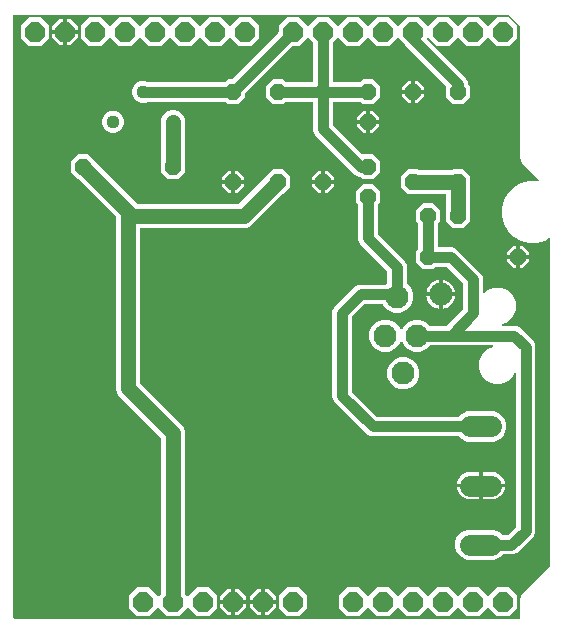
<source format=gbr>
G04 EAGLE Gerber RS-274X export*
G75*
%MOMM*%
%FSLAX34Y34*%
%LPD*%
%INBottom Copper*%
%IPPOS*%
%AMOC8*
5,1,8,0,0,1.08239X$1,22.5*%
G01*
%ADD10P,1.429621X8X22.500000*%
%ADD11P,1.429621X8X112.500000*%
%ADD12P,1.429621X8X292.500000*%
%ADD13P,1.429621X8X202.500000*%
%ADD14C,1.117600*%
%ADD15P,1.814519X8X22.500000*%
%ADD16C,1.950000*%
%ADD17C,1.790700*%
%ADD18C,1.270000*%
%ADD19C,0.889000*%

G36*
X439186Y10926D02*
X439186Y10926D01*
X439205Y10924D01*
X439307Y10946D01*
X439409Y10962D01*
X439426Y10972D01*
X439446Y10976D01*
X439535Y11029D01*
X439626Y11078D01*
X439640Y11092D01*
X439657Y11102D01*
X439724Y11181D01*
X439796Y11256D01*
X439804Y11274D01*
X439817Y11289D01*
X439856Y11385D01*
X439899Y11479D01*
X439901Y11499D01*
X439909Y11517D01*
X439927Y11684D01*
X439927Y27573D01*
X441590Y31587D01*
X465104Y55101D01*
X465157Y55175D01*
X465217Y55245D01*
X465229Y55275D01*
X465248Y55301D01*
X465275Y55388D01*
X465309Y55473D01*
X465313Y55514D01*
X465320Y55536D01*
X465319Y55568D01*
X465327Y55640D01*
X465327Y332432D01*
X465312Y332526D01*
X465303Y332621D01*
X465292Y332647D01*
X465288Y332675D01*
X465243Y332759D01*
X465205Y332846D01*
X465186Y332867D01*
X465172Y332892D01*
X465103Y332958D01*
X465039Y333028D01*
X465015Y333042D01*
X464994Y333062D01*
X464908Y333102D01*
X464824Y333148D01*
X464797Y333153D01*
X464771Y333165D01*
X464676Y333176D01*
X464583Y333193D01*
X464555Y333189D01*
X464527Y333192D01*
X464433Y333172D01*
X464339Y333159D01*
X464307Y333145D01*
X464286Y333140D01*
X464258Y333123D01*
X464185Y333091D01*
X460948Y331222D01*
X454294Y329439D01*
X447406Y329439D01*
X440752Y331222D01*
X434787Y334666D01*
X429916Y339537D01*
X426472Y345502D01*
X424689Y352156D01*
X424689Y359044D01*
X426472Y365698D01*
X429916Y371663D01*
X434787Y376534D01*
X440752Y379978D01*
X447406Y381761D01*
X454294Y381761D01*
X455065Y381554D01*
X455113Y381549D01*
X455158Y381535D01*
X455234Y381537D01*
X455310Y381530D01*
X455356Y381540D01*
X455404Y381542D01*
X455476Y381568D01*
X455549Y381585D01*
X455590Y381610D01*
X455635Y381626D01*
X455694Y381674D01*
X455759Y381713D01*
X455790Y381750D01*
X455827Y381780D01*
X455868Y381844D01*
X455917Y381902D01*
X455934Y381946D01*
X455960Y381987D01*
X455979Y382060D01*
X456006Y382131D01*
X456009Y382179D01*
X456020Y382225D01*
X456014Y382301D01*
X456018Y382377D01*
X456005Y382423D01*
X456001Y382471D01*
X455972Y382540D01*
X455951Y382613D01*
X455924Y382653D01*
X455905Y382697D01*
X455824Y382797D01*
X455812Y382816D01*
X455806Y382820D01*
X455800Y382828D01*
X444770Y393858D01*
X441590Y397038D01*
X439927Y401052D01*
X439927Y512685D01*
X439913Y512775D01*
X439905Y512866D01*
X439893Y512896D01*
X439888Y512928D01*
X439845Y513009D01*
X439809Y513093D01*
X439783Y513125D01*
X439772Y513145D01*
X439749Y513168D01*
X439704Y513224D01*
X430674Y522254D01*
X430600Y522307D01*
X430530Y522367D01*
X430500Y522379D01*
X430474Y522398D01*
X430387Y522425D01*
X430302Y522459D01*
X430261Y522463D01*
X430239Y522470D01*
X430207Y522469D01*
X430135Y522477D01*
X11684Y522477D01*
X11664Y522474D01*
X11645Y522476D01*
X11543Y522454D01*
X11441Y522438D01*
X11424Y522428D01*
X11404Y522424D01*
X11315Y522371D01*
X11224Y522322D01*
X11210Y522308D01*
X11193Y522298D01*
X11126Y522219D01*
X11054Y522144D01*
X11046Y522126D01*
X11033Y522111D01*
X10994Y522015D01*
X10951Y521921D01*
X10949Y521901D01*
X10941Y521883D01*
X10923Y521716D01*
X10923Y11684D01*
X10926Y11664D01*
X10924Y11645D01*
X10946Y11543D01*
X10962Y11441D01*
X10972Y11424D01*
X10976Y11404D01*
X11029Y11315D01*
X11078Y11224D01*
X11092Y11210D01*
X11102Y11193D01*
X11181Y11126D01*
X11256Y11054D01*
X11274Y11046D01*
X11289Y11033D01*
X11385Y10994D01*
X11479Y10951D01*
X11499Y10949D01*
X11517Y10941D01*
X11684Y10923D01*
X439166Y10923D01*
X439186Y10926D01*
G37*
%LPC*%
G36*
X115600Y13207D02*
X115600Y13207D01*
X108457Y20350D01*
X108457Y30450D01*
X115600Y37593D01*
X125700Y37593D01*
X132812Y30481D01*
X132828Y30470D01*
X132840Y30454D01*
X132928Y30398D01*
X133011Y30338D01*
X133030Y30332D01*
X133047Y30321D01*
X133148Y30296D01*
X133247Y30265D01*
X133266Y30266D01*
X133286Y30261D01*
X133389Y30269D01*
X133492Y30272D01*
X133511Y30279D01*
X133531Y30280D01*
X133626Y30321D01*
X133723Y30356D01*
X133739Y30369D01*
X133757Y30377D01*
X133888Y30481D01*
X135666Y32259D01*
X135719Y32333D01*
X135779Y32403D01*
X135791Y32433D01*
X135810Y32459D01*
X135837Y32546D01*
X135871Y32631D01*
X135875Y32672D01*
X135882Y32694D01*
X135881Y32726D01*
X135889Y32798D01*
X135889Y163751D01*
X135875Y163841D01*
X135867Y163932D01*
X135855Y163962D01*
X135850Y163994D01*
X135807Y164074D01*
X135771Y164158D01*
X135745Y164190D01*
X135734Y164211D01*
X135711Y164233D01*
X135666Y164289D01*
X99336Y200619D01*
X97789Y204354D01*
X97789Y351076D01*
X97775Y351166D01*
X97767Y351257D01*
X97755Y351287D01*
X97750Y351319D01*
X97707Y351399D01*
X97671Y351483D01*
X97645Y351515D01*
X97634Y351536D01*
X97611Y351558D01*
X97566Y351614D01*
X66118Y383062D01*
X66044Y383115D01*
X65975Y383175D01*
X65945Y383187D01*
X65919Y383206D01*
X65832Y383233D01*
X65747Y383267D01*
X65706Y383271D01*
X65683Y383278D01*
X65651Y383277D01*
X65580Y383285D01*
X65536Y383285D01*
X59435Y389386D01*
X59435Y398014D01*
X65536Y404115D01*
X74164Y404115D01*
X80265Y398014D01*
X80265Y397970D01*
X80279Y397880D01*
X80287Y397789D01*
X80299Y397759D01*
X80304Y397727D01*
X80347Y397647D01*
X80383Y397563D01*
X80409Y397531D01*
X80420Y397510D01*
X80443Y397488D01*
X80488Y397432D01*
X113599Y364321D01*
X115111Y362809D01*
X115185Y362756D01*
X115254Y362696D01*
X115284Y362684D01*
X115311Y362665D01*
X115397Y362638D01*
X115482Y362604D01*
X115523Y362600D01*
X115546Y362593D01*
X115578Y362594D01*
X115649Y362586D01*
X201851Y362586D01*
X201941Y362600D01*
X202032Y362608D01*
X202062Y362620D01*
X202094Y362625D01*
X202174Y362668D01*
X202258Y362704D01*
X202290Y362730D01*
X202311Y362741D01*
X202333Y362764D01*
X202389Y362809D01*
X224312Y384732D01*
X224365Y384806D01*
X224425Y384875D01*
X224437Y384905D01*
X224456Y384931D01*
X224483Y385018D01*
X224517Y385103D01*
X224521Y385144D01*
X224528Y385167D01*
X224527Y385199D01*
X224535Y385270D01*
X224535Y385314D01*
X230636Y391415D01*
X239264Y391415D01*
X245365Y385314D01*
X245365Y376686D01*
X239264Y370585D01*
X239220Y370585D01*
X239130Y370571D01*
X239039Y370563D01*
X239009Y370551D01*
X238977Y370546D01*
X238897Y370503D01*
X238813Y370467D01*
X238781Y370441D01*
X238760Y370430D01*
X238738Y370407D01*
X238682Y370362D01*
X212131Y343811D01*
X208396Y342264D01*
X118872Y342264D01*
X118852Y342261D01*
X118833Y342263D01*
X118731Y342241D01*
X118629Y342225D01*
X118612Y342215D01*
X118592Y342211D01*
X118503Y342158D01*
X118412Y342109D01*
X118398Y342095D01*
X118381Y342085D01*
X118314Y342006D01*
X118242Y341931D01*
X118234Y341913D01*
X118221Y341898D01*
X118182Y341802D01*
X118139Y341708D01*
X118137Y341688D01*
X118129Y341670D01*
X118111Y341503D01*
X118111Y210899D01*
X118125Y210809D01*
X118133Y210718D01*
X118145Y210688D01*
X118150Y210656D01*
X118193Y210576D01*
X118229Y210492D01*
X118255Y210460D01*
X118266Y210439D01*
X118289Y210417D01*
X118334Y210361D01*
X154664Y174031D01*
X156211Y170296D01*
X156211Y32798D01*
X156225Y32708D01*
X156233Y32617D01*
X156245Y32587D01*
X156250Y32555D01*
X156293Y32474D01*
X156329Y32390D01*
X156355Y32358D01*
X156366Y32338D01*
X156389Y32315D01*
X156434Y32259D01*
X158212Y30481D01*
X158228Y30470D01*
X158240Y30454D01*
X158328Y30398D01*
X158411Y30338D01*
X158430Y30332D01*
X158447Y30321D01*
X158548Y30296D01*
X158647Y30265D01*
X158666Y30266D01*
X158686Y30261D01*
X158789Y30269D01*
X158892Y30272D01*
X158911Y30279D01*
X158931Y30280D01*
X159026Y30321D01*
X159123Y30356D01*
X159139Y30369D01*
X159157Y30377D01*
X159288Y30481D01*
X166400Y37593D01*
X176500Y37593D01*
X183643Y30450D01*
X183643Y20350D01*
X176500Y13207D01*
X166400Y13207D01*
X159288Y20319D01*
X159272Y20330D01*
X159260Y20346D01*
X159172Y20402D01*
X159089Y20462D01*
X159070Y20468D01*
X159053Y20479D01*
X158952Y20504D01*
X158853Y20535D01*
X158834Y20534D01*
X158814Y20539D01*
X158711Y20531D01*
X158608Y20528D01*
X158589Y20521D01*
X158569Y20520D01*
X158474Y20479D01*
X158377Y20444D01*
X158361Y20431D01*
X158343Y20423D01*
X158212Y20319D01*
X151100Y13207D01*
X141000Y13207D01*
X133888Y20319D01*
X133872Y20330D01*
X133860Y20346D01*
X133772Y20402D01*
X133689Y20462D01*
X133670Y20468D01*
X133653Y20479D01*
X133552Y20504D01*
X133453Y20535D01*
X133434Y20534D01*
X133414Y20539D01*
X133311Y20531D01*
X133208Y20528D01*
X133189Y20521D01*
X133169Y20520D01*
X133074Y20479D01*
X132977Y20444D01*
X132961Y20431D01*
X132943Y20423D01*
X132812Y20319D01*
X125700Y13207D01*
X115600Y13207D01*
G37*
%LPD*%
%LPC*%
G36*
X306836Y383285D02*
X306836Y383285D01*
X304900Y385221D01*
X304826Y385274D01*
X304757Y385334D01*
X304726Y385346D01*
X304700Y385365D01*
X304613Y385392D01*
X304528Y385426D01*
X304488Y385430D01*
X304465Y385437D01*
X304433Y385436D01*
X304362Y385444D01*
X303158Y385444D01*
X300123Y386701D01*
X266051Y420773D01*
X264794Y423808D01*
X264794Y448183D01*
X264791Y448203D01*
X264793Y448222D01*
X264771Y448324D01*
X264755Y448426D01*
X264745Y448443D01*
X264741Y448463D01*
X264688Y448552D01*
X264639Y448643D01*
X264625Y448657D01*
X264615Y448674D01*
X264536Y448741D01*
X264461Y448813D01*
X264443Y448821D01*
X264428Y448834D01*
X264332Y448873D01*
X264238Y448916D01*
X264218Y448918D01*
X264200Y448926D01*
X264033Y448944D01*
X241738Y448944D01*
X241648Y448930D01*
X241557Y448922D01*
X241527Y448910D01*
X241495Y448905D01*
X241415Y448862D01*
X241331Y448826D01*
X241299Y448800D01*
X241278Y448789D01*
X241256Y448766D01*
X241200Y448721D01*
X239264Y446785D01*
X230636Y446785D01*
X224535Y452886D01*
X224535Y461514D01*
X230636Y467615D01*
X239264Y467615D01*
X241200Y465679D01*
X241274Y465626D01*
X241343Y465566D01*
X241374Y465554D01*
X241400Y465535D01*
X241487Y465508D01*
X241572Y465474D01*
X241612Y465470D01*
X241635Y465463D01*
X241667Y465464D01*
X241738Y465456D01*
X264033Y465456D01*
X264053Y465459D01*
X264072Y465457D01*
X264174Y465479D01*
X264276Y465495D01*
X264293Y465505D01*
X264313Y465509D01*
X264402Y465562D01*
X264493Y465611D01*
X264507Y465625D01*
X264524Y465635D01*
X264591Y465714D01*
X264663Y465789D01*
X264671Y465807D01*
X264684Y465822D01*
X264723Y465918D01*
X264766Y466012D01*
X264768Y466032D01*
X264776Y466050D01*
X264794Y466217D01*
X264794Y498697D01*
X264780Y498787D01*
X264772Y498878D01*
X264760Y498908D01*
X264755Y498940D01*
X264712Y499021D01*
X264676Y499105D01*
X264650Y499137D01*
X264639Y499157D01*
X264616Y499180D01*
X264571Y499236D01*
X260888Y502919D01*
X260872Y502930D01*
X260860Y502946D01*
X260772Y503002D01*
X260689Y503062D01*
X260670Y503068D01*
X260653Y503079D01*
X260552Y503104D01*
X260453Y503135D01*
X260434Y503134D01*
X260414Y503139D01*
X260311Y503131D01*
X260208Y503128D01*
X260189Y503121D01*
X260169Y503120D01*
X260074Y503079D01*
X259977Y503044D01*
X259961Y503031D01*
X259943Y503023D01*
X259812Y502919D01*
X252700Y495807D01*
X247448Y495807D01*
X247358Y495793D01*
X247267Y495785D01*
X247237Y495773D01*
X247205Y495768D01*
X247125Y495725D01*
X247041Y495689D01*
X247009Y495663D01*
X246988Y495652D01*
X246966Y495629D01*
X246910Y495584D01*
X207488Y456162D01*
X207435Y456088D01*
X207375Y456019D01*
X207363Y455989D01*
X207344Y455963D01*
X207317Y455876D01*
X207283Y455791D01*
X207279Y455750D01*
X207272Y455728D01*
X207273Y455695D01*
X207265Y455624D01*
X207265Y452886D01*
X201164Y446785D01*
X192536Y446785D01*
X190600Y448721D01*
X190526Y448774D01*
X190457Y448834D01*
X190427Y448846D01*
X190400Y448865D01*
X190313Y448892D01*
X190229Y448926D01*
X190188Y448930D01*
X190165Y448937D01*
X190133Y448936D01*
X190062Y448944D01*
X125430Y448944D01*
X125366Y448934D01*
X125300Y448933D01*
X125220Y448910D01*
X125188Y448905D01*
X125171Y448895D01*
X125139Y448886D01*
X122520Y447801D01*
X118780Y447801D01*
X115326Y449232D01*
X112682Y451876D01*
X111251Y455330D01*
X111251Y459070D01*
X112682Y462524D01*
X115326Y465168D01*
X118780Y466599D01*
X122520Y466599D01*
X125139Y465514D01*
X125203Y465499D01*
X125264Y465474D01*
X125347Y465465D01*
X125379Y465458D01*
X125398Y465459D01*
X125430Y465456D01*
X190062Y465456D01*
X190152Y465470D01*
X190243Y465478D01*
X190273Y465490D01*
X190305Y465495D01*
X190385Y465538D01*
X190469Y465574D01*
X190501Y465600D01*
X190522Y465611D01*
X190544Y465634D01*
X190600Y465679D01*
X192536Y467615D01*
X195274Y467615D01*
X195364Y467629D01*
X195455Y467637D01*
X195485Y467649D01*
X195517Y467654D01*
X195597Y467697D01*
X195681Y467733D01*
X195713Y467759D01*
X195734Y467770D01*
X195756Y467793D01*
X195812Y467838D01*
X235234Y507260D01*
X235287Y507334D01*
X235347Y507403D01*
X235359Y507433D01*
X235378Y507459D01*
X235405Y507546D01*
X235439Y507631D01*
X235443Y507672D01*
X235450Y507694D01*
X235449Y507727D01*
X235457Y507798D01*
X235457Y513050D01*
X242600Y520193D01*
X252700Y520193D01*
X259812Y513081D01*
X259828Y513070D01*
X259840Y513054D01*
X259928Y512998D01*
X260011Y512938D01*
X260030Y512932D01*
X260047Y512921D01*
X260148Y512896D01*
X260247Y512865D01*
X260266Y512866D01*
X260286Y512861D01*
X260389Y512869D01*
X260492Y512872D01*
X260511Y512879D01*
X260531Y512880D01*
X260626Y512921D01*
X260723Y512956D01*
X260739Y512969D01*
X260757Y512977D01*
X260888Y513081D01*
X268000Y520193D01*
X278100Y520193D01*
X285212Y513081D01*
X285228Y513070D01*
X285240Y513054D01*
X285328Y512998D01*
X285411Y512938D01*
X285430Y512932D01*
X285447Y512921D01*
X285548Y512896D01*
X285647Y512865D01*
X285666Y512866D01*
X285686Y512861D01*
X285789Y512869D01*
X285892Y512872D01*
X285911Y512879D01*
X285931Y512880D01*
X286026Y512921D01*
X286123Y512956D01*
X286139Y512969D01*
X286157Y512977D01*
X286288Y513081D01*
X293400Y520193D01*
X303500Y520193D01*
X310612Y513081D01*
X310628Y513070D01*
X310640Y513054D01*
X310728Y512998D01*
X310811Y512938D01*
X310830Y512932D01*
X310847Y512921D01*
X310948Y512896D01*
X311047Y512865D01*
X311066Y512866D01*
X311086Y512861D01*
X311189Y512869D01*
X311292Y512872D01*
X311311Y512879D01*
X311331Y512880D01*
X311426Y512921D01*
X311523Y512956D01*
X311539Y512969D01*
X311557Y512977D01*
X311688Y513081D01*
X318800Y520193D01*
X328900Y520193D01*
X336012Y513081D01*
X336028Y513070D01*
X336040Y513054D01*
X336128Y512998D01*
X336211Y512938D01*
X336230Y512932D01*
X336247Y512921D01*
X336348Y512896D01*
X336447Y512865D01*
X336466Y512866D01*
X336486Y512861D01*
X336589Y512869D01*
X336692Y512872D01*
X336711Y512879D01*
X336731Y512880D01*
X336826Y512921D01*
X336923Y512956D01*
X336939Y512969D01*
X336957Y512977D01*
X337088Y513081D01*
X344200Y520193D01*
X354300Y520193D01*
X361412Y513081D01*
X361428Y513070D01*
X361440Y513054D01*
X361528Y512998D01*
X361611Y512938D01*
X361630Y512932D01*
X361647Y512921D01*
X361748Y512896D01*
X361847Y512865D01*
X361866Y512866D01*
X361886Y512861D01*
X361989Y512869D01*
X362092Y512872D01*
X362111Y512879D01*
X362131Y512880D01*
X362226Y512921D01*
X362323Y512956D01*
X362339Y512969D01*
X362357Y512977D01*
X362488Y513081D01*
X369600Y520193D01*
X379700Y520193D01*
X386812Y513081D01*
X386828Y513070D01*
X386840Y513054D01*
X386928Y512998D01*
X387011Y512938D01*
X387030Y512932D01*
X387047Y512921D01*
X387148Y512896D01*
X387247Y512865D01*
X387266Y512866D01*
X387286Y512861D01*
X387389Y512869D01*
X387492Y512872D01*
X387511Y512879D01*
X387531Y512880D01*
X387626Y512921D01*
X387723Y512956D01*
X387739Y512969D01*
X387757Y512977D01*
X387888Y513081D01*
X395000Y520193D01*
X405100Y520193D01*
X412212Y513081D01*
X412228Y513070D01*
X412240Y513054D01*
X412328Y512998D01*
X412411Y512938D01*
X412430Y512932D01*
X412447Y512921D01*
X412548Y512896D01*
X412647Y512865D01*
X412666Y512866D01*
X412686Y512861D01*
X412789Y512869D01*
X412892Y512872D01*
X412911Y512879D01*
X412931Y512880D01*
X413026Y512921D01*
X413123Y512956D01*
X413139Y512969D01*
X413157Y512977D01*
X413288Y513081D01*
X420400Y520193D01*
X430500Y520193D01*
X437643Y513050D01*
X437643Y502950D01*
X430500Y495807D01*
X420400Y495807D01*
X413288Y502919D01*
X413272Y502930D01*
X413260Y502946D01*
X413172Y503002D01*
X413089Y503062D01*
X413070Y503068D01*
X413053Y503079D01*
X412952Y503104D01*
X412853Y503135D01*
X412834Y503134D01*
X412814Y503139D01*
X412711Y503131D01*
X412608Y503128D01*
X412589Y503121D01*
X412569Y503120D01*
X412474Y503079D01*
X412377Y503044D01*
X412361Y503031D01*
X412343Y503023D01*
X412212Y502919D01*
X405100Y495807D01*
X395000Y495807D01*
X387888Y502919D01*
X387872Y502930D01*
X387860Y502946D01*
X387772Y503002D01*
X387689Y503062D01*
X387670Y503068D01*
X387653Y503079D01*
X387552Y503104D01*
X387453Y503135D01*
X387434Y503134D01*
X387414Y503139D01*
X387311Y503131D01*
X387208Y503128D01*
X387189Y503121D01*
X387169Y503120D01*
X387074Y503079D01*
X386977Y503044D01*
X386961Y503031D01*
X386943Y503023D01*
X386812Y502919D01*
X379700Y495807D01*
X369600Y495807D01*
X362488Y502919D01*
X362472Y502930D01*
X362460Y502946D01*
X362372Y503002D01*
X362289Y503062D01*
X362270Y503068D01*
X362253Y503079D01*
X362152Y503104D01*
X362053Y503135D01*
X362034Y503134D01*
X362014Y503139D01*
X361911Y503131D01*
X361808Y503128D01*
X361789Y503121D01*
X361769Y503120D01*
X361674Y503079D01*
X361577Y503044D01*
X361561Y503031D01*
X361543Y503023D01*
X361412Y502919D01*
X361073Y502579D01*
X361061Y502563D01*
X361045Y502551D01*
X360989Y502463D01*
X360929Y502380D01*
X360923Y502361D01*
X360912Y502344D01*
X360887Y502243D01*
X360857Y502145D01*
X360857Y502125D01*
X360852Y502105D01*
X360860Y502002D01*
X360863Y501899D01*
X360870Y501880D01*
X360871Y501860D01*
X360912Y501765D01*
X360947Y501668D01*
X360960Y501652D01*
X360968Y501634D01*
X361073Y501503D01*
X394349Y468227D01*
X395606Y465192D01*
X395606Y463988D01*
X395620Y463898D01*
X395628Y463807D01*
X395640Y463777D01*
X395645Y463745D01*
X395688Y463665D01*
X395724Y463581D01*
X395750Y463549D01*
X395761Y463528D01*
X395784Y463506D01*
X395829Y463450D01*
X397765Y461514D01*
X397765Y452886D01*
X391664Y446785D01*
X383036Y446785D01*
X376935Y452886D01*
X376935Y461584D01*
X376945Y461599D01*
X376970Y461699D01*
X377001Y461798D01*
X377000Y461818D01*
X377005Y461837D01*
X376997Y461940D01*
X376994Y462044D01*
X376987Y462063D01*
X376986Y462083D01*
X376945Y462178D01*
X376910Y462275D01*
X376897Y462291D01*
X376890Y462309D01*
X376785Y462440D01*
X344681Y494544D01*
X342251Y496973D01*
X341756Y498169D01*
X341721Y498225D01*
X341696Y498285D01*
X341644Y498350D01*
X341626Y498378D01*
X341611Y498391D01*
X341591Y498416D01*
X337088Y502919D01*
X337072Y502930D01*
X337060Y502946D01*
X336973Y503002D01*
X336889Y503062D01*
X336869Y503068D01*
X336853Y503079D01*
X336752Y503104D01*
X336653Y503135D01*
X336634Y503134D01*
X336614Y503139D01*
X336511Y503131D01*
X336408Y503128D01*
X336389Y503121D01*
X336369Y503120D01*
X336274Y503079D01*
X336177Y503044D01*
X336161Y503031D01*
X336143Y503023D01*
X336012Y502919D01*
X328900Y495807D01*
X318800Y495807D01*
X311688Y502919D01*
X311672Y502930D01*
X311660Y502946D01*
X311572Y503002D01*
X311489Y503062D01*
X311470Y503068D01*
X311453Y503079D01*
X311352Y503104D01*
X311253Y503135D01*
X311234Y503134D01*
X311214Y503139D01*
X311111Y503131D01*
X311008Y503128D01*
X310989Y503121D01*
X310969Y503120D01*
X310874Y503079D01*
X310777Y503044D01*
X310761Y503031D01*
X310743Y503023D01*
X310612Y502919D01*
X303500Y495807D01*
X293400Y495807D01*
X286288Y502919D01*
X286272Y502930D01*
X286260Y502946D01*
X286172Y503002D01*
X286089Y503062D01*
X286070Y503068D01*
X286053Y503079D01*
X285952Y503104D01*
X285853Y503135D01*
X285834Y503134D01*
X285814Y503139D01*
X285711Y503131D01*
X285608Y503128D01*
X285589Y503121D01*
X285569Y503120D01*
X285474Y503079D01*
X285377Y503044D01*
X285361Y503031D01*
X285343Y503023D01*
X285212Y502919D01*
X281529Y499236D01*
X281476Y499162D01*
X281416Y499092D01*
X281404Y499062D01*
X281385Y499036D01*
X281358Y498949D01*
X281324Y498864D01*
X281320Y498823D01*
X281313Y498801D01*
X281314Y498769D01*
X281306Y498697D01*
X281306Y466217D01*
X281309Y466197D01*
X281307Y466178D01*
X281329Y466076D01*
X281345Y465974D01*
X281355Y465957D01*
X281359Y465937D01*
X281412Y465848D01*
X281461Y465757D01*
X281475Y465743D01*
X281485Y465726D01*
X281564Y465659D01*
X281639Y465587D01*
X281657Y465579D01*
X281672Y465566D01*
X281768Y465527D01*
X281862Y465484D01*
X281882Y465482D01*
X281900Y465474D01*
X282067Y465456D01*
X304362Y465456D01*
X304452Y465470D01*
X304543Y465478D01*
X304573Y465490D01*
X304605Y465495D01*
X304685Y465538D01*
X304769Y465574D01*
X304801Y465600D01*
X304822Y465611D01*
X304844Y465634D01*
X304900Y465679D01*
X306836Y467615D01*
X315464Y467615D01*
X321565Y461514D01*
X321565Y452886D01*
X315464Y446785D01*
X306836Y446785D01*
X304900Y448721D01*
X304826Y448774D01*
X304757Y448834D01*
X304726Y448846D01*
X304700Y448865D01*
X304613Y448892D01*
X304528Y448926D01*
X304488Y448930D01*
X304465Y448937D01*
X304433Y448936D01*
X304362Y448944D01*
X282067Y448944D01*
X282047Y448941D01*
X282028Y448943D01*
X281926Y448921D01*
X281824Y448905D01*
X281807Y448895D01*
X281787Y448891D01*
X281698Y448838D01*
X281607Y448789D01*
X281593Y448775D01*
X281576Y448765D01*
X281509Y448686D01*
X281437Y448611D01*
X281429Y448593D01*
X281416Y448578D01*
X281377Y448482D01*
X281334Y448388D01*
X281332Y448368D01*
X281324Y448350D01*
X281306Y448183D01*
X281306Y429185D01*
X281320Y429095D01*
X281328Y429004D01*
X281340Y428974D01*
X281345Y428942D01*
X281388Y428862D01*
X281424Y428778D01*
X281450Y428746D01*
X281461Y428725D01*
X281484Y428703D01*
X281529Y428647D01*
X305910Y404265D01*
X305926Y404254D01*
X305939Y404238D01*
X306026Y404182D01*
X306110Y404122D01*
X306129Y404116D01*
X306146Y404105D01*
X306246Y404080D01*
X306345Y404049D01*
X306365Y404050D01*
X306384Y404045D01*
X306487Y404053D01*
X306591Y404056D01*
X306610Y404063D01*
X306630Y404064D01*
X306725Y404105D01*
X306752Y404115D01*
X315464Y404115D01*
X321565Y398014D01*
X321565Y389386D01*
X315464Y383285D01*
X306836Y383285D01*
G37*
%LPD*%
%LPC*%
G36*
X395108Y61061D02*
X395108Y61061D01*
X390416Y63004D01*
X386826Y66595D01*
X384882Y71286D01*
X384882Y76364D01*
X386826Y81055D01*
X390416Y84646D01*
X395108Y86589D01*
X418092Y86589D01*
X422784Y84646D01*
X425126Y82304D01*
X425200Y82251D01*
X425270Y82191D01*
X425300Y82179D01*
X425326Y82160D01*
X425413Y82133D01*
X425498Y82099D01*
X425539Y82095D01*
X425561Y82088D01*
X425593Y82089D01*
X425664Y82081D01*
X428865Y82081D01*
X428955Y82095D01*
X429046Y82103D01*
X429076Y82115D01*
X429108Y82120D01*
X429188Y82163D01*
X429272Y82199D01*
X429304Y82225D01*
X429325Y82236D01*
X429347Y82259D01*
X429403Y82304D01*
X436021Y88922D01*
X436074Y88996D01*
X436134Y89065D01*
X436146Y89095D01*
X436165Y89121D01*
X436192Y89208D01*
X436226Y89293D01*
X436230Y89334D01*
X436237Y89356D01*
X436236Y89389D01*
X436244Y89460D01*
X436244Y218240D01*
X436229Y218336D01*
X436219Y218433D01*
X436209Y218457D01*
X436205Y218482D01*
X436159Y218568D01*
X436119Y218657D01*
X436102Y218677D01*
X436089Y218700D01*
X436019Y218767D01*
X435953Y218838D01*
X435930Y218851D01*
X435911Y218869D01*
X435823Y218910D01*
X435737Y218957D01*
X435712Y218962D01*
X435688Y218973D01*
X435591Y218983D01*
X435495Y219001D01*
X435469Y218997D01*
X435444Y219000D01*
X435348Y218979D01*
X435252Y218965D01*
X435229Y218953D01*
X435203Y218948D01*
X435120Y218898D01*
X435033Y218853D01*
X435014Y218835D01*
X434992Y218821D01*
X434929Y218747D01*
X434861Y218678D01*
X434845Y218649D01*
X434832Y218634D01*
X434820Y218604D01*
X434780Y218531D01*
X434127Y216954D01*
X429721Y212548D01*
X423965Y210164D01*
X417735Y210164D01*
X411979Y212548D01*
X407573Y216954D01*
X405189Y222710D01*
X405189Y228940D01*
X407573Y234696D01*
X411979Y239102D01*
X416815Y241105D01*
X416898Y241156D01*
X416984Y241202D01*
X417002Y241221D01*
X417024Y241234D01*
X417086Y241309D01*
X417153Y241380D01*
X417164Y241404D01*
X417181Y241424D01*
X417216Y241515D01*
X417257Y241603D01*
X417260Y241629D01*
X417269Y241653D01*
X417273Y241751D01*
X417284Y241847D01*
X417278Y241873D01*
X417280Y241899D01*
X417252Y241993D01*
X417232Y242088D01*
X417218Y242110D01*
X417211Y242135D01*
X417155Y242215D01*
X417106Y242299D01*
X417086Y242316D01*
X417071Y242337D01*
X416993Y242396D01*
X416919Y242459D01*
X416894Y242469D01*
X416873Y242484D01*
X416781Y242514D01*
X416690Y242551D01*
X416658Y242554D01*
X416639Y242560D01*
X416606Y242560D01*
X416524Y242569D01*
X364087Y242569D01*
X363997Y242555D01*
X363906Y242547D01*
X363877Y242535D01*
X363845Y242530D01*
X363764Y242487D01*
X363680Y242451D01*
X363648Y242425D01*
X363627Y242414D01*
X363605Y242391D01*
X363549Y242346D01*
X360532Y239329D01*
X355547Y237264D01*
X350153Y237264D01*
X345168Y239329D01*
X341354Y243143D01*
X340053Y246283D01*
X340015Y246344D01*
X339986Y246409D01*
X339951Y246448D01*
X339924Y246492D01*
X339868Y246538D01*
X339820Y246591D01*
X339774Y246616D01*
X339734Y246649D01*
X339667Y246675D01*
X339604Y246709D01*
X339553Y246718D01*
X339505Y246737D01*
X339433Y246740D01*
X339362Y246753D01*
X339311Y246745D01*
X339259Y246748D01*
X339190Y246728D01*
X339119Y246717D01*
X339073Y246693D01*
X339023Y246679D01*
X338964Y246638D01*
X338900Y246606D01*
X338863Y246568D01*
X338821Y246539D01*
X338778Y246481D01*
X338728Y246430D01*
X338693Y246367D01*
X338674Y246341D01*
X338667Y246319D01*
X338647Y246283D01*
X337346Y243143D01*
X333532Y239329D01*
X328547Y237264D01*
X323153Y237264D01*
X318168Y239329D01*
X314354Y243143D01*
X312289Y248128D01*
X312289Y253522D01*
X314354Y258507D01*
X318168Y262321D01*
X323153Y264386D01*
X328547Y264386D01*
X333532Y262321D01*
X337346Y258507D01*
X338647Y255367D01*
X338685Y255306D01*
X338714Y255241D01*
X338749Y255202D01*
X338776Y255158D01*
X338832Y255112D01*
X338880Y255059D01*
X338926Y255034D01*
X338966Y255001D01*
X339033Y254975D01*
X339096Y254941D01*
X339147Y254932D01*
X339195Y254913D01*
X339267Y254910D01*
X339338Y254897D01*
X339389Y254905D01*
X339441Y254902D01*
X339510Y254922D01*
X339581Y254933D01*
X339627Y254957D01*
X339677Y254971D01*
X339736Y255012D01*
X339800Y255044D01*
X339837Y255082D01*
X339879Y255111D01*
X339922Y255169D01*
X339972Y255220D01*
X340007Y255283D01*
X340026Y255309D01*
X340033Y255331D01*
X340053Y255367D01*
X341354Y258507D01*
X345168Y262321D01*
X350153Y264386D01*
X355547Y264386D01*
X360532Y262321D01*
X363549Y259304D01*
X363623Y259251D01*
X363693Y259191D01*
X363723Y259179D01*
X363749Y259160D01*
X363836Y259133D01*
X363921Y259099D01*
X363962Y259095D01*
X363984Y259088D01*
X364016Y259089D01*
X364087Y259081D01*
X377265Y259081D01*
X377355Y259095D01*
X377446Y259103D01*
X377476Y259115D01*
X377508Y259120D01*
X377588Y259163D01*
X377672Y259199D01*
X377704Y259225D01*
X377725Y259236D01*
X377734Y259245D01*
X377735Y259245D01*
X377749Y259261D01*
X377803Y259304D01*
X391571Y273072D01*
X391624Y273146D01*
X391684Y273215D01*
X391696Y273245D01*
X391715Y273271D01*
X391742Y273358D01*
X391776Y273443D01*
X391780Y273484D01*
X391787Y273506D01*
X391786Y273539D01*
X391794Y273610D01*
X391794Y294715D01*
X391780Y294805D01*
X391772Y294896D01*
X391760Y294926D01*
X391755Y294958D01*
X391712Y295038D01*
X391676Y295122D01*
X391650Y295154D01*
X391639Y295175D01*
X391616Y295197D01*
X391571Y295253D01*
X377803Y309021D01*
X377729Y309074D01*
X377660Y309134D01*
X377630Y309146D01*
X377604Y309165D01*
X377517Y309192D01*
X377432Y309226D01*
X377391Y309230D01*
X377369Y309237D01*
X377336Y309236D01*
X377265Y309244D01*
X368738Y309244D01*
X368648Y309230D01*
X368557Y309222D01*
X368527Y309210D01*
X368495Y309205D01*
X368415Y309162D01*
X368331Y309126D01*
X368299Y309100D01*
X368278Y309089D01*
X368256Y309066D01*
X368200Y309021D01*
X366264Y307085D01*
X357636Y307085D01*
X351535Y313186D01*
X351535Y321814D01*
X353471Y323750D01*
X353524Y323824D01*
X353584Y323893D01*
X353596Y323923D01*
X353615Y323950D01*
X353642Y324037D01*
X353676Y324121D01*
X353680Y324162D01*
X353687Y324185D01*
X353686Y324217D01*
X353694Y324288D01*
X353694Y345637D01*
X353680Y345727D01*
X353672Y345818D01*
X353660Y345848D01*
X353655Y345880D01*
X353612Y345960D01*
X353576Y346044D01*
X353550Y346076D01*
X353539Y346097D01*
X353516Y346119D01*
X353471Y346175D01*
X351535Y348111D01*
X351535Y356739D01*
X357636Y362840D01*
X366264Y362840D01*
X372365Y356739D01*
X372365Y348111D01*
X370429Y346175D01*
X370376Y346101D01*
X370316Y346032D01*
X370304Y346002D01*
X370285Y345975D01*
X370258Y345888D01*
X370224Y345804D01*
X370220Y345763D01*
X370213Y345740D01*
X370214Y345708D01*
X370206Y345637D01*
X370206Y326517D01*
X370209Y326497D01*
X370207Y326478D01*
X370229Y326376D01*
X370245Y326274D01*
X370255Y326257D01*
X370259Y326237D01*
X370312Y326148D01*
X370361Y326057D01*
X370375Y326043D01*
X370385Y326026D01*
X370464Y325959D01*
X370539Y325887D01*
X370557Y325879D01*
X370572Y325866D01*
X370668Y325827D01*
X370762Y325784D01*
X370782Y325782D01*
X370800Y325774D01*
X370967Y325756D01*
X382642Y325756D01*
X385677Y324499D01*
X407049Y303127D01*
X408306Y300092D01*
X408306Y287266D01*
X408317Y287195D01*
X408319Y287124D01*
X408337Y287075D01*
X408345Y287023D01*
X408379Y286960D01*
X408404Y286893D01*
X408436Y286852D01*
X408461Y286806D01*
X408513Y286757D01*
X408557Y286701D01*
X408601Y286673D01*
X408639Y286637D01*
X408704Y286606D01*
X408764Y286568D01*
X408815Y286555D01*
X408862Y286533D01*
X408933Y286525D01*
X409003Y286508D01*
X409055Y286512D01*
X409106Y286506D01*
X409177Y286521D01*
X409248Y286527D01*
X409296Y286547D01*
X409347Y286558D01*
X409408Y286595D01*
X409474Y286623D01*
X409530Y286668D01*
X409558Y286684D01*
X409573Y286702D01*
X409605Y286728D01*
X411979Y289102D01*
X417735Y291486D01*
X423965Y291486D01*
X429721Y289102D01*
X434127Y284696D01*
X436511Y278940D01*
X436511Y272710D01*
X434127Y266954D01*
X429721Y262548D01*
X424885Y260545D01*
X424802Y260494D01*
X424716Y260448D01*
X424698Y260429D01*
X424676Y260416D01*
X424614Y260341D01*
X424547Y260270D01*
X424536Y260246D01*
X424519Y260226D01*
X424484Y260135D01*
X424443Y260047D01*
X424440Y260021D01*
X424431Y259997D01*
X424427Y259899D01*
X424416Y259803D01*
X424422Y259777D01*
X424420Y259751D01*
X424448Y259657D01*
X424468Y259562D01*
X424482Y259540D01*
X424489Y259515D01*
X424545Y259435D01*
X424594Y259351D01*
X424614Y259334D01*
X424629Y259313D01*
X424707Y259254D01*
X424781Y259191D01*
X424806Y259181D01*
X424827Y259166D01*
X424919Y259136D01*
X425010Y259099D01*
X425042Y259096D01*
X425061Y259090D01*
X425094Y259090D01*
X425176Y259081D01*
X436617Y259081D01*
X439652Y257824D01*
X451499Y245977D01*
X452756Y242942D01*
X452756Y84083D01*
X451499Y81048D01*
X437277Y66826D01*
X434242Y65569D01*
X425664Y65569D01*
X425574Y65555D01*
X425483Y65547D01*
X425454Y65535D01*
X425422Y65530D01*
X425341Y65487D01*
X425257Y65451D01*
X425225Y65425D01*
X425204Y65414D01*
X425182Y65391D01*
X425126Y65346D01*
X422784Y63004D01*
X418092Y61061D01*
X395108Y61061D01*
G37*
%LPD*%
%LPC*%
G36*
X395108Y161061D02*
X395108Y161061D01*
X390416Y163004D01*
X388074Y165346D01*
X388000Y165399D01*
X387930Y165459D01*
X387900Y165471D01*
X387874Y165490D01*
X387787Y165517D01*
X387702Y165551D01*
X387661Y165555D01*
X387639Y165562D01*
X387607Y165561D01*
X387536Y165569D01*
X313483Y165569D01*
X310448Y166826D01*
X281926Y195348D01*
X280669Y198383D01*
X280669Y271517D01*
X281926Y274552D01*
X300123Y292749D01*
X303158Y294006D01*
X326538Y294006D01*
X326628Y294020D01*
X326719Y294028D01*
X326748Y294040D01*
X326780Y294045D01*
X326861Y294088D01*
X326945Y294124D01*
X326977Y294150D01*
X326998Y294161D01*
X327020Y294184D01*
X327076Y294229D01*
X327371Y294524D01*
X327424Y294598D01*
X327484Y294668D01*
X327496Y294698D01*
X327515Y294724D01*
X327542Y294811D01*
X327576Y294896D01*
X327580Y294937D01*
X327587Y294959D01*
X327586Y294991D01*
X327594Y295062D01*
X327594Y304940D01*
X327580Y305030D01*
X327572Y305121D01*
X327560Y305151D01*
X327555Y305183D01*
X327512Y305263D01*
X327476Y305347D01*
X327450Y305379D01*
X327439Y305400D01*
X327416Y305422D01*
X327371Y305478D01*
X304151Y328698D01*
X302894Y331733D01*
X302894Y361512D01*
X302880Y361602D01*
X302872Y361693D01*
X302860Y361723D01*
X302855Y361755D01*
X302812Y361835D01*
X302776Y361919D01*
X302750Y361951D01*
X302739Y361972D01*
X302716Y361994D01*
X302671Y362050D01*
X300735Y363986D01*
X300735Y372614D01*
X306836Y378715D01*
X315464Y378715D01*
X321565Y372614D01*
X321565Y363986D01*
X319629Y362050D01*
X319576Y361976D01*
X319516Y361907D01*
X319504Y361877D01*
X319485Y361850D01*
X319458Y361763D01*
X319424Y361679D01*
X319420Y361638D01*
X319413Y361615D01*
X319414Y361583D01*
X319406Y361512D01*
X319406Y337110D01*
X319420Y337020D01*
X319428Y336929D01*
X319440Y336899D01*
X319445Y336867D01*
X319488Y336787D01*
X319524Y336703D01*
X319550Y336671D01*
X319561Y336650D01*
X319584Y336628D01*
X319629Y336572D01*
X342849Y313352D01*
X344106Y310317D01*
X344106Y295062D01*
X344120Y294972D01*
X344128Y294881D01*
X344140Y294852D01*
X344145Y294820D01*
X344188Y294739D01*
X344224Y294655D01*
X344250Y294623D01*
X344261Y294602D01*
X344284Y294580D01*
X344329Y294524D01*
X347346Y291507D01*
X349411Y286522D01*
X349411Y281128D01*
X347346Y276143D01*
X343532Y272329D01*
X338547Y270264D01*
X333153Y270264D01*
X328168Y272329D01*
X324354Y276143D01*
X323989Y277024D01*
X323927Y277124D01*
X323867Y277224D01*
X323863Y277228D01*
X323859Y277233D01*
X323769Y277308D01*
X323680Y277384D01*
X323675Y277386D01*
X323670Y277390D01*
X323561Y277432D01*
X323452Y277476D01*
X323445Y277477D01*
X323440Y277478D01*
X323422Y277479D01*
X323286Y277494D01*
X308535Y277494D01*
X308445Y277480D01*
X308354Y277472D01*
X308324Y277460D01*
X308292Y277455D01*
X308212Y277412D01*
X308128Y277376D01*
X308096Y277350D01*
X308075Y277339D01*
X308053Y277316D01*
X307997Y277271D01*
X297404Y266678D01*
X297351Y266604D01*
X297291Y266535D01*
X297279Y266505D01*
X297260Y266479D01*
X297233Y266392D01*
X297199Y266307D01*
X297195Y266266D01*
X297188Y266244D01*
X297189Y266211D01*
X297181Y266140D01*
X297181Y203760D01*
X297195Y203670D01*
X297203Y203579D01*
X297215Y203549D01*
X297220Y203517D01*
X297263Y203437D01*
X297299Y203353D01*
X297325Y203321D01*
X297336Y203300D01*
X297359Y203278D01*
X297404Y203222D01*
X318322Y182304D01*
X318396Y182251D01*
X318465Y182191D01*
X318495Y182179D01*
X318521Y182160D01*
X318608Y182133D01*
X318693Y182099D01*
X318734Y182095D01*
X318756Y182088D01*
X318789Y182089D01*
X318860Y182081D01*
X387536Y182081D01*
X387626Y182095D01*
X387717Y182103D01*
X387746Y182115D01*
X387778Y182120D01*
X387859Y182163D01*
X387943Y182199D01*
X387975Y182225D01*
X387996Y182236D01*
X388018Y182259D01*
X388074Y182304D01*
X390416Y184646D01*
X395108Y186589D01*
X418092Y186589D01*
X422784Y184646D01*
X426374Y181055D01*
X428318Y176364D01*
X428318Y171286D01*
X426374Y166595D01*
X422784Y163004D01*
X418092Y161061D01*
X395108Y161061D01*
G37*
%LPD*%
%LPC*%
G36*
X74960Y495807D02*
X74960Y495807D01*
X67817Y502950D01*
X67817Y513050D01*
X74960Y520193D01*
X85060Y520193D01*
X92172Y513081D01*
X92188Y513070D01*
X92200Y513054D01*
X92288Y512998D01*
X92371Y512938D01*
X92390Y512932D01*
X92407Y512921D01*
X92508Y512896D01*
X92607Y512865D01*
X92626Y512866D01*
X92646Y512861D01*
X92749Y512869D01*
X92852Y512872D01*
X92871Y512879D01*
X92891Y512880D01*
X92986Y512921D01*
X93083Y512956D01*
X93099Y512969D01*
X93117Y512977D01*
X93248Y513081D01*
X100360Y520193D01*
X110460Y520193D01*
X117572Y513081D01*
X117588Y513070D01*
X117600Y513054D01*
X117688Y512998D01*
X117771Y512938D01*
X117790Y512932D01*
X117807Y512921D01*
X117908Y512896D01*
X118007Y512865D01*
X118026Y512866D01*
X118046Y512861D01*
X118149Y512869D01*
X118252Y512872D01*
X118271Y512879D01*
X118291Y512880D01*
X118386Y512921D01*
X118483Y512956D01*
X118499Y512969D01*
X118517Y512977D01*
X118648Y513081D01*
X125760Y520193D01*
X135860Y520193D01*
X142972Y513081D01*
X142988Y513070D01*
X143000Y513054D01*
X143088Y512998D01*
X143171Y512938D01*
X143190Y512932D01*
X143207Y512921D01*
X143308Y512896D01*
X143407Y512865D01*
X143426Y512866D01*
X143446Y512861D01*
X143549Y512869D01*
X143652Y512872D01*
X143671Y512879D01*
X143691Y512880D01*
X143786Y512921D01*
X143883Y512956D01*
X143899Y512969D01*
X143917Y512977D01*
X144048Y513081D01*
X151160Y520193D01*
X161260Y520193D01*
X168372Y513081D01*
X168388Y513070D01*
X168400Y513054D01*
X168488Y512998D01*
X168571Y512938D01*
X168590Y512932D01*
X168607Y512921D01*
X168708Y512896D01*
X168807Y512865D01*
X168826Y512866D01*
X168846Y512861D01*
X168949Y512869D01*
X169052Y512872D01*
X169071Y512879D01*
X169091Y512880D01*
X169186Y512921D01*
X169283Y512956D01*
X169299Y512969D01*
X169317Y512977D01*
X169448Y513081D01*
X176560Y520193D01*
X186660Y520193D01*
X193772Y513081D01*
X193788Y513070D01*
X193800Y513054D01*
X193888Y512998D01*
X193971Y512938D01*
X193990Y512932D01*
X194007Y512921D01*
X194108Y512896D01*
X194207Y512865D01*
X194226Y512866D01*
X194246Y512861D01*
X194349Y512869D01*
X194452Y512872D01*
X194471Y512879D01*
X194491Y512880D01*
X194586Y512921D01*
X194683Y512956D01*
X194699Y512969D01*
X194717Y512977D01*
X194848Y513081D01*
X201960Y520193D01*
X212060Y520193D01*
X219203Y513050D01*
X219203Y502950D01*
X212060Y495807D01*
X201960Y495807D01*
X194848Y502919D01*
X194832Y502930D01*
X194820Y502946D01*
X194732Y503002D01*
X194649Y503062D01*
X194630Y503068D01*
X194613Y503079D01*
X194512Y503104D01*
X194413Y503135D01*
X194394Y503134D01*
X194374Y503139D01*
X194271Y503131D01*
X194168Y503128D01*
X194149Y503121D01*
X194129Y503120D01*
X194034Y503079D01*
X193937Y503044D01*
X193921Y503031D01*
X193903Y503023D01*
X193772Y502919D01*
X186660Y495807D01*
X176560Y495807D01*
X169448Y502919D01*
X169432Y502930D01*
X169420Y502946D01*
X169332Y503002D01*
X169249Y503062D01*
X169230Y503068D01*
X169213Y503079D01*
X169112Y503104D01*
X169013Y503135D01*
X168994Y503134D01*
X168974Y503139D01*
X168871Y503131D01*
X168768Y503128D01*
X168749Y503121D01*
X168729Y503120D01*
X168634Y503079D01*
X168537Y503044D01*
X168521Y503031D01*
X168503Y503023D01*
X168372Y502919D01*
X161260Y495807D01*
X151160Y495807D01*
X144048Y502919D01*
X144032Y502930D01*
X144020Y502946D01*
X143932Y503002D01*
X143849Y503062D01*
X143830Y503068D01*
X143813Y503079D01*
X143712Y503104D01*
X143613Y503135D01*
X143594Y503134D01*
X143574Y503139D01*
X143471Y503131D01*
X143368Y503128D01*
X143349Y503121D01*
X143329Y503120D01*
X143234Y503079D01*
X143137Y503044D01*
X143121Y503031D01*
X143103Y503023D01*
X142972Y502919D01*
X135860Y495807D01*
X125760Y495807D01*
X118648Y502919D01*
X118632Y502930D01*
X118620Y502946D01*
X118532Y503002D01*
X118449Y503062D01*
X118430Y503068D01*
X118413Y503079D01*
X118312Y503104D01*
X118213Y503135D01*
X118194Y503134D01*
X118174Y503139D01*
X118071Y503131D01*
X117968Y503128D01*
X117949Y503121D01*
X117929Y503120D01*
X117834Y503079D01*
X117737Y503044D01*
X117721Y503031D01*
X117703Y503023D01*
X117572Y502919D01*
X110460Y495807D01*
X100360Y495807D01*
X93248Y502919D01*
X93232Y502930D01*
X93220Y502946D01*
X93132Y503002D01*
X93049Y503062D01*
X93030Y503068D01*
X93013Y503079D01*
X92912Y503104D01*
X92813Y503135D01*
X92794Y503134D01*
X92774Y503139D01*
X92671Y503131D01*
X92568Y503128D01*
X92549Y503121D01*
X92529Y503120D01*
X92434Y503079D01*
X92337Y503044D01*
X92321Y503031D01*
X92303Y503023D01*
X92172Y502919D01*
X85060Y495807D01*
X74960Y495807D01*
G37*
%LPD*%
%LPC*%
G36*
X293400Y13207D02*
X293400Y13207D01*
X286257Y20350D01*
X286257Y30450D01*
X293400Y37593D01*
X303500Y37593D01*
X310612Y30481D01*
X310628Y30470D01*
X310640Y30454D01*
X310728Y30398D01*
X310811Y30338D01*
X310830Y30332D01*
X310847Y30321D01*
X310948Y30296D01*
X311047Y30265D01*
X311066Y30266D01*
X311086Y30261D01*
X311189Y30269D01*
X311292Y30272D01*
X311311Y30279D01*
X311331Y30280D01*
X311426Y30321D01*
X311523Y30356D01*
X311539Y30369D01*
X311557Y30377D01*
X311688Y30481D01*
X318800Y37593D01*
X328900Y37593D01*
X336012Y30481D01*
X336028Y30470D01*
X336040Y30454D01*
X336128Y30398D01*
X336211Y30338D01*
X336230Y30332D01*
X336247Y30321D01*
X336348Y30296D01*
X336447Y30265D01*
X336466Y30266D01*
X336486Y30261D01*
X336589Y30269D01*
X336692Y30272D01*
X336711Y30279D01*
X336731Y30280D01*
X336826Y30321D01*
X336923Y30356D01*
X336939Y30369D01*
X336957Y30377D01*
X337088Y30481D01*
X344200Y37593D01*
X354300Y37593D01*
X361412Y30481D01*
X361428Y30470D01*
X361440Y30454D01*
X361528Y30398D01*
X361611Y30338D01*
X361630Y30332D01*
X361647Y30321D01*
X361748Y30296D01*
X361847Y30265D01*
X361866Y30266D01*
X361886Y30261D01*
X361989Y30269D01*
X362092Y30272D01*
X362111Y30279D01*
X362131Y30280D01*
X362226Y30321D01*
X362323Y30356D01*
X362339Y30369D01*
X362357Y30377D01*
X362488Y30481D01*
X369600Y37593D01*
X379700Y37593D01*
X386812Y30481D01*
X386828Y30470D01*
X386840Y30454D01*
X386928Y30398D01*
X387011Y30338D01*
X387030Y30332D01*
X387047Y30321D01*
X387148Y30296D01*
X387247Y30265D01*
X387266Y30266D01*
X387286Y30261D01*
X387389Y30269D01*
X387492Y30272D01*
X387511Y30279D01*
X387531Y30280D01*
X387626Y30321D01*
X387723Y30356D01*
X387739Y30369D01*
X387757Y30377D01*
X387888Y30481D01*
X395000Y37593D01*
X405100Y37593D01*
X412212Y30481D01*
X412228Y30470D01*
X412240Y30454D01*
X412328Y30398D01*
X412411Y30338D01*
X412430Y30332D01*
X412447Y30321D01*
X412548Y30296D01*
X412647Y30265D01*
X412666Y30266D01*
X412686Y30261D01*
X412789Y30269D01*
X412892Y30272D01*
X412911Y30279D01*
X412931Y30280D01*
X413026Y30321D01*
X413123Y30356D01*
X413139Y30369D01*
X413157Y30377D01*
X413288Y30481D01*
X420400Y37593D01*
X430500Y37593D01*
X437643Y30450D01*
X437643Y20350D01*
X430500Y13207D01*
X420400Y13207D01*
X413288Y20319D01*
X413272Y20330D01*
X413260Y20346D01*
X413172Y20402D01*
X413089Y20462D01*
X413070Y20468D01*
X413053Y20479D01*
X412952Y20504D01*
X412853Y20535D01*
X412834Y20534D01*
X412814Y20539D01*
X412711Y20531D01*
X412608Y20528D01*
X412589Y20521D01*
X412569Y20520D01*
X412474Y20479D01*
X412377Y20444D01*
X412361Y20431D01*
X412343Y20423D01*
X412212Y20319D01*
X405100Y13207D01*
X395000Y13207D01*
X387888Y20319D01*
X387872Y20330D01*
X387860Y20346D01*
X387772Y20402D01*
X387689Y20462D01*
X387670Y20468D01*
X387653Y20479D01*
X387552Y20504D01*
X387453Y20535D01*
X387434Y20534D01*
X387414Y20539D01*
X387311Y20531D01*
X387208Y20528D01*
X387189Y20521D01*
X387169Y20520D01*
X387074Y20479D01*
X386977Y20444D01*
X386961Y20431D01*
X386943Y20423D01*
X386812Y20319D01*
X379700Y13207D01*
X369600Y13207D01*
X362488Y20319D01*
X362472Y20330D01*
X362460Y20346D01*
X362372Y20402D01*
X362289Y20462D01*
X362270Y20468D01*
X362253Y20479D01*
X362152Y20504D01*
X362053Y20535D01*
X362034Y20534D01*
X362014Y20539D01*
X361911Y20531D01*
X361808Y20528D01*
X361789Y20521D01*
X361769Y20520D01*
X361674Y20479D01*
X361577Y20444D01*
X361561Y20431D01*
X361543Y20423D01*
X361412Y20319D01*
X354300Y13207D01*
X344200Y13207D01*
X337088Y20319D01*
X337072Y20330D01*
X337060Y20346D01*
X336972Y20402D01*
X336889Y20462D01*
X336870Y20468D01*
X336853Y20479D01*
X336752Y20504D01*
X336653Y20535D01*
X336634Y20534D01*
X336614Y20539D01*
X336511Y20531D01*
X336408Y20528D01*
X336389Y20521D01*
X336369Y20520D01*
X336274Y20479D01*
X336177Y20444D01*
X336161Y20431D01*
X336143Y20423D01*
X336012Y20319D01*
X328900Y13207D01*
X318800Y13207D01*
X311688Y20319D01*
X311672Y20330D01*
X311660Y20346D01*
X311572Y20402D01*
X311489Y20462D01*
X311470Y20468D01*
X311453Y20479D01*
X311352Y20504D01*
X311253Y20535D01*
X311234Y20534D01*
X311214Y20539D01*
X311111Y20531D01*
X311008Y20528D01*
X310989Y20521D01*
X310969Y20520D01*
X310874Y20479D01*
X310777Y20444D01*
X310761Y20431D01*
X310743Y20423D01*
X310612Y20319D01*
X303500Y13207D01*
X293400Y13207D01*
G37*
%LPD*%
%LPC*%
G36*
X383036Y342010D02*
X383036Y342010D01*
X376935Y348111D01*
X376935Y356739D01*
X376966Y356770D01*
X377011Y356832D01*
X377041Y356863D01*
X377046Y356875D01*
X377079Y356913D01*
X377091Y356944D01*
X377110Y356970D01*
X377137Y357057D01*
X377171Y357142D01*
X377175Y357182D01*
X377182Y357205D01*
X377181Y357237D01*
X377189Y357308D01*
X377189Y370078D01*
X377186Y370098D01*
X377188Y370117D01*
X377166Y370219D01*
X377150Y370321D01*
X377140Y370338D01*
X377136Y370358D01*
X377083Y370447D01*
X377034Y370538D01*
X377020Y370552D01*
X377010Y370569D01*
X376931Y370636D01*
X376856Y370708D01*
X376838Y370716D01*
X376823Y370729D01*
X376727Y370768D01*
X376633Y370811D01*
X376613Y370813D01*
X376595Y370821D01*
X376428Y370839D01*
X354133Y370839D01*
X354043Y370825D01*
X353952Y370817D01*
X353922Y370805D01*
X353890Y370800D01*
X353810Y370757D01*
X353726Y370721D01*
X353694Y370695D01*
X353673Y370684D01*
X353651Y370661D01*
X353595Y370616D01*
X353564Y370585D01*
X344936Y370585D01*
X338835Y376686D01*
X338835Y385314D01*
X344936Y391415D01*
X353564Y391415D01*
X353595Y391384D01*
X353669Y391331D01*
X353738Y391271D01*
X353769Y391259D01*
X353795Y391240D01*
X353882Y391213D01*
X353967Y391179D01*
X354007Y391175D01*
X354030Y391168D01*
X354062Y391169D01*
X354133Y391161D01*
X382467Y391161D01*
X382557Y391175D01*
X382648Y391183D01*
X382678Y391195D01*
X382710Y391200D01*
X382790Y391243D01*
X382874Y391279D01*
X382906Y391305D01*
X382927Y391316D01*
X382949Y391339D01*
X383005Y391384D01*
X383036Y391415D01*
X391664Y391415D01*
X397765Y385314D01*
X397765Y376686D01*
X397734Y376655D01*
X397681Y376581D01*
X397621Y376512D01*
X397609Y376481D01*
X397590Y376455D01*
X397563Y376368D01*
X397529Y376283D01*
X397525Y376243D01*
X397518Y376220D01*
X397519Y376188D01*
X397511Y376117D01*
X397511Y357308D01*
X397525Y357218D01*
X397533Y357127D01*
X397545Y357097D01*
X397550Y357065D01*
X397593Y356985D01*
X397629Y356901D01*
X397655Y356869D01*
X397666Y356848D01*
X397689Y356826D01*
X397700Y356812D01*
X397707Y356801D01*
X397714Y356794D01*
X397734Y356770D01*
X397765Y356739D01*
X397765Y348111D01*
X391664Y342010D01*
X383036Y342010D01*
G37*
%LPD*%
%LPC*%
G36*
X141736Y383285D02*
X141736Y383285D01*
X135635Y389386D01*
X135635Y398014D01*
X135666Y398045D01*
X135719Y398119D01*
X135779Y398188D01*
X135791Y398219D01*
X135810Y398245D01*
X135837Y398332D01*
X135871Y398417D01*
X135875Y398457D01*
X135882Y398480D01*
X135881Y398512D01*
X135889Y398583D01*
X135889Y433821D01*
X137436Y437556D01*
X140294Y440414D01*
X144029Y441961D01*
X148071Y441961D01*
X151806Y440414D01*
X154664Y437556D01*
X156211Y433821D01*
X156211Y398583D01*
X156225Y398493D01*
X156233Y398402D01*
X156245Y398372D01*
X156250Y398340D01*
X156293Y398260D01*
X156329Y398176D01*
X156355Y398144D01*
X156366Y398123D01*
X156389Y398101D01*
X156434Y398045D01*
X156465Y398014D01*
X156465Y389386D01*
X150364Y383285D01*
X141736Y383285D01*
G37*
%LPD*%
%LPC*%
G36*
X338153Y205264D02*
X338153Y205264D01*
X333168Y207329D01*
X329354Y211143D01*
X327289Y216128D01*
X327289Y221522D01*
X329354Y226507D01*
X333168Y230321D01*
X338153Y232386D01*
X343547Y232386D01*
X348532Y230321D01*
X352346Y226507D01*
X354411Y221522D01*
X354411Y216128D01*
X352346Y211143D01*
X348532Y207329D01*
X343547Y205264D01*
X338153Y205264D01*
G37*
%LPD*%
%LPC*%
G36*
X24160Y495807D02*
X24160Y495807D01*
X17017Y502950D01*
X17017Y513050D01*
X24160Y520193D01*
X34260Y520193D01*
X41403Y513050D01*
X41403Y502950D01*
X34260Y495807D01*
X24160Y495807D01*
G37*
%LPD*%
%LPC*%
G36*
X242600Y13207D02*
X242600Y13207D01*
X235457Y20350D01*
X235457Y30450D01*
X242600Y37593D01*
X252700Y37593D01*
X259843Y30450D01*
X259843Y20350D01*
X252700Y13207D01*
X242600Y13207D01*
G37*
%LPD*%
%LPC*%
G36*
X93380Y422401D02*
X93380Y422401D01*
X89926Y423832D01*
X87282Y426476D01*
X85851Y429930D01*
X85851Y433670D01*
X87282Y437124D01*
X89926Y439768D01*
X93380Y441199D01*
X97120Y441199D01*
X100574Y439768D01*
X103218Y437124D01*
X104649Y433670D01*
X104649Y429930D01*
X103218Y426476D01*
X100574Y423832D01*
X97120Y422401D01*
X93380Y422401D01*
G37*
%LPD*%
%LPC*%
G36*
X408123Y125348D02*
X408123Y125348D01*
X408123Y135319D01*
X416458Y135319D01*
X418245Y135036D01*
X419966Y134477D01*
X421578Y133656D01*
X423042Y132592D01*
X424321Y131313D01*
X425384Y129849D01*
X426206Y128237D01*
X426765Y126517D01*
X426950Y125348D01*
X408123Y125348D01*
G37*
%LPD*%
%LPC*%
G36*
X386250Y125348D02*
X386250Y125348D01*
X386435Y126517D01*
X386994Y128237D01*
X387816Y129849D01*
X388879Y131313D01*
X390158Y132592D01*
X391622Y133656D01*
X393234Y134477D01*
X394955Y135036D01*
X396742Y135319D01*
X405077Y135319D01*
X405077Y125348D01*
X386250Y125348D01*
G37*
%LPD*%
%LPC*%
G36*
X408123Y112331D02*
X408123Y112331D01*
X408123Y122302D01*
X426950Y122302D01*
X426765Y121133D01*
X426206Y119413D01*
X425384Y117801D01*
X424321Y116337D01*
X423042Y115058D01*
X421578Y113994D01*
X419966Y113173D01*
X418245Y112614D01*
X416458Y112331D01*
X408123Y112331D01*
G37*
%LPD*%
%LPC*%
G36*
X396742Y112331D02*
X396742Y112331D01*
X394955Y112614D01*
X393234Y113173D01*
X391622Y113994D01*
X390158Y115058D01*
X388879Y116337D01*
X387816Y117801D01*
X386994Y119413D01*
X386435Y121133D01*
X386250Y122302D01*
X405077Y122302D01*
X405077Y112331D01*
X396742Y112331D01*
G37*
%LPD*%
%LPC*%
G36*
X374373Y287348D02*
X374373Y287348D01*
X374373Y298028D01*
X375728Y297813D01*
X377568Y297215D01*
X379292Y296337D01*
X380857Y295200D01*
X382225Y293832D01*
X383362Y292267D01*
X384240Y290543D01*
X384838Y288703D01*
X385053Y287348D01*
X374373Y287348D01*
G37*
%LPD*%
%LPC*%
G36*
X374373Y284302D02*
X374373Y284302D01*
X385053Y284302D01*
X384838Y282947D01*
X384240Y281107D01*
X383362Y279383D01*
X382225Y277818D01*
X380857Y276450D01*
X379292Y275313D01*
X377568Y274435D01*
X375728Y273837D01*
X374373Y273622D01*
X374373Y284302D01*
G37*
%LPD*%
%LPC*%
G36*
X360647Y287348D02*
X360647Y287348D01*
X360862Y288703D01*
X361460Y290543D01*
X362338Y292267D01*
X363475Y293832D01*
X364843Y295200D01*
X366408Y296337D01*
X368132Y297215D01*
X369972Y297813D01*
X371327Y298028D01*
X371327Y287348D01*
X360647Y287348D01*
G37*
%LPD*%
%LPC*%
G36*
X369972Y273837D02*
X369972Y273837D01*
X368132Y274435D01*
X366408Y275313D01*
X364843Y276450D01*
X363475Y277818D01*
X362338Y279383D01*
X361460Y281107D01*
X360862Y282947D01*
X360647Y284302D01*
X371327Y284302D01*
X371327Y273622D01*
X369972Y273837D01*
G37*
%LPD*%
%LPC*%
G36*
X56133Y509523D02*
X56133Y509523D01*
X56133Y518923D01*
X59134Y518923D01*
X65533Y512524D01*
X65533Y509523D01*
X56133Y509523D01*
G37*
%LPD*%
%LPC*%
G36*
X198373Y26923D02*
X198373Y26923D01*
X198373Y36323D01*
X201374Y36323D01*
X207773Y29924D01*
X207773Y26923D01*
X198373Y26923D01*
G37*
%LPD*%
%LPC*%
G36*
X223773Y26923D02*
X223773Y26923D01*
X223773Y36323D01*
X226774Y36323D01*
X233173Y29924D01*
X233173Y26923D01*
X223773Y26923D01*
G37*
%LPD*%
%LPC*%
G36*
X43687Y509523D02*
X43687Y509523D01*
X43687Y512524D01*
X50086Y518923D01*
X53087Y518923D01*
X53087Y509523D01*
X43687Y509523D01*
G37*
%LPD*%
%LPC*%
G36*
X223773Y14477D02*
X223773Y14477D01*
X223773Y23877D01*
X233173Y23877D01*
X233173Y20876D01*
X226774Y14477D01*
X223773Y14477D01*
G37*
%LPD*%
%LPC*%
G36*
X198373Y14477D02*
X198373Y14477D01*
X198373Y23877D01*
X207773Y23877D01*
X207773Y20876D01*
X201374Y14477D01*
X198373Y14477D01*
G37*
%LPD*%
%LPC*%
G36*
X185927Y26923D02*
X185927Y26923D01*
X185927Y29924D01*
X192326Y36323D01*
X195327Y36323D01*
X195327Y26923D01*
X185927Y26923D01*
G37*
%LPD*%
%LPC*%
G36*
X56133Y497077D02*
X56133Y497077D01*
X56133Y506477D01*
X65533Y506477D01*
X65533Y503476D01*
X59134Y497077D01*
X56133Y497077D01*
G37*
%LPD*%
%LPC*%
G36*
X211327Y26923D02*
X211327Y26923D01*
X211327Y29924D01*
X217726Y36323D01*
X220727Y36323D01*
X220727Y26923D01*
X211327Y26923D01*
G37*
%LPD*%
%LPC*%
G36*
X50086Y497077D02*
X50086Y497077D01*
X43687Y503476D01*
X43687Y506477D01*
X53087Y506477D01*
X53087Y497077D01*
X50086Y497077D01*
G37*
%LPD*%
%LPC*%
G36*
X217726Y14477D02*
X217726Y14477D01*
X211327Y20876D01*
X211327Y23877D01*
X220727Y23877D01*
X220727Y14477D01*
X217726Y14477D01*
G37*
%LPD*%
%LPC*%
G36*
X192326Y14477D02*
X192326Y14477D01*
X185927Y20876D01*
X185927Y23877D01*
X195327Y23877D01*
X195327Y14477D01*
X192326Y14477D01*
G37*
%LPD*%
%LPC*%
G36*
X439673Y319023D02*
X439673Y319023D01*
X439673Y326645D01*
X441938Y326645D01*
X447295Y321288D01*
X447295Y319023D01*
X439673Y319023D01*
G37*
%LPD*%
%LPC*%
G36*
X274573Y382523D02*
X274573Y382523D01*
X274573Y390145D01*
X276838Y390145D01*
X282195Y384788D01*
X282195Y382523D01*
X274573Y382523D01*
G37*
%LPD*%
%LPC*%
G36*
X198373Y382523D02*
X198373Y382523D01*
X198373Y390145D01*
X200638Y390145D01*
X205995Y384788D01*
X205995Y382523D01*
X198373Y382523D01*
G37*
%LPD*%
%LPC*%
G36*
X312673Y433323D02*
X312673Y433323D01*
X312673Y440945D01*
X314938Y440945D01*
X320295Y435588D01*
X320295Y433323D01*
X312673Y433323D01*
G37*
%LPD*%
%LPC*%
G36*
X350773Y458723D02*
X350773Y458723D01*
X350773Y466345D01*
X353038Y466345D01*
X358395Y460988D01*
X358395Y458723D01*
X350773Y458723D01*
G37*
%LPD*%
%LPC*%
G36*
X429005Y319023D02*
X429005Y319023D01*
X429005Y321288D01*
X434362Y326645D01*
X436627Y326645D01*
X436627Y319023D01*
X429005Y319023D01*
G37*
%LPD*%
%LPC*%
G36*
X198373Y371855D02*
X198373Y371855D01*
X198373Y379477D01*
X205995Y379477D01*
X205995Y377212D01*
X200638Y371855D01*
X198373Y371855D01*
G37*
%LPD*%
%LPC*%
G36*
X439673Y308355D02*
X439673Y308355D01*
X439673Y315977D01*
X447295Y315977D01*
X447295Y313712D01*
X441938Y308355D01*
X439673Y308355D01*
G37*
%LPD*%
%LPC*%
G36*
X263905Y382523D02*
X263905Y382523D01*
X263905Y384788D01*
X269262Y390145D01*
X271527Y390145D01*
X271527Y382523D01*
X263905Y382523D01*
G37*
%LPD*%
%LPC*%
G36*
X187705Y382523D02*
X187705Y382523D01*
X187705Y384788D01*
X193062Y390145D01*
X195327Y390145D01*
X195327Y382523D01*
X187705Y382523D01*
G37*
%LPD*%
%LPC*%
G36*
X312673Y422655D02*
X312673Y422655D01*
X312673Y430277D01*
X320295Y430277D01*
X320295Y428012D01*
X314938Y422655D01*
X312673Y422655D01*
G37*
%LPD*%
%LPC*%
G36*
X302005Y433323D02*
X302005Y433323D01*
X302005Y435588D01*
X307362Y440945D01*
X309627Y440945D01*
X309627Y433323D01*
X302005Y433323D01*
G37*
%LPD*%
%LPC*%
G36*
X350773Y448055D02*
X350773Y448055D01*
X350773Y455677D01*
X358395Y455677D01*
X358395Y453412D01*
X353038Y448055D01*
X350773Y448055D01*
G37*
%LPD*%
%LPC*%
G36*
X274573Y371855D02*
X274573Y371855D01*
X274573Y379477D01*
X282195Y379477D01*
X282195Y377212D01*
X276838Y371855D01*
X274573Y371855D01*
G37*
%LPD*%
%LPC*%
G36*
X340105Y458723D02*
X340105Y458723D01*
X340105Y460988D01*
X345462Y466345D01*
X347727Y466345D01*
X347727Y458723D01*
X340105Y458723D01*
G37*
%LPD*%
%LPC*%
G36*
X269262Y371855D02*
X269262Y371855D01*
X263905Y377212D01*
X263905Y379477D01*
X271527Y379477D01*
X271527Y371855D01*
X269262Y371855D01*
G37*
%LPD*%
%LPC*%
G36*
X307362Y422655D02*
X307362Y422655D01*
X302005Y428012D01*
X302005Y430277D01*
X309627Y430277D01*
X309627Y422655D01*
X307362Y422655D01*
G37*
%LPD*%
%LPC*%
G36*
X345462Y448055D02*
X345462Y448055D01*
X340105Y453412D01*
X340105Y455677D01*
X347727Y455677D01*
X347727Y448055D01*
X345462Y448055D01*
G37*
%LPD*%
%LPC*%
G36*
X193062Y371855D02*
X193062Y371855D01*
X187705Y377212D01*
X187705Y379477D01*
X195327Y379477D01*
X195327Y371855D01*
X193062Y371855D01*
G37*
%LPD*%
%LPC*%
G36*
X434362Y308355D02*
X434362Y308355D01*
X429005Y313712D01*
X429005Y315977D01*
X436627Y315977D01*
X436627Y308355D01*
X434362Y308355D01*
G37*
%LPD*%
%LPC*%
G36*
X438149Y317499D02*
X438149Y317499D01*
X438149Y317501D01*
X438151Y317501D01*
X438151Y317499D01*
X438149Y317499D01*
G37*
%LPD*%
%LPC*%
G36*
X273049Y380999D02*
X273049Y380999D01*
X273049Y381001D01*
X273051Y381001D01*
X273051Y380999D01*
X273049Y380999D01*
G37*
%LPD*%
%LPC*%
G36*
X196849Y380999D02*
X196849Y380999D01*
X196849Y381001D01*
X196851Y381001D01*
X196851Y380999D01*
X196849Y380999D01*
G37*
%LPD*%
%LPC*%
G36*
X372849Y285824D02*
X372849Y285824D01*
X372849Y285826D01*
X372851Y285826D01*
X372851Y285824D01*
X372849Y285824D01*
G37*
%LPD*%
%LPC*%
G36*
X311149Y431799D02*
X311149Y431799D01*
X311149Y431801D01*
X311151Y431801D01*
X311151Y431799D01*
X311149Y431799D01*
G37*
%LPD*%
%LPC*%
G36*
X349249Y457199D02*
X349249Y457199D01*
X349249Y457201D01*
X349251Y457201D01*
X349251Y457199D01*
X349249Y457199D01*
G37*
%LPD*%
%LPC*%
G36*
X222249Y25399D02*
X222249Y25399D01*
X222249Y25401D01*
X222251Y25401D01*
X222251Y25399D01*
X222249Y25399D01*
G37*
%LPD*%
%LPC*%
G36*
X196849Y25399D02*
X196849Y25399D01*
X196849Y25401D01*
X196851Y25401D01*
X196851Y25399D01*
X196849Y25399D01*
G37*
%LPD*%
%LPC*%
G36*
X54609Y507999D02*
X54609Y507999D01*
X54609Y508001D01*
X54611Y508001D01*
X54611Y507999D01*
X54609Y507999D01*
G37*
%LPD*%
%LPC*%
G36*
X406599Y123824D02*
X406599Y123824D01*
X406599Y123826D01*
X406601Y123826D01*
X406601Y123824D01*
X406599Y123824D01*
G37*
%LPD*%
D10*
X361950Y352425D03*
X387350Y352425D03*
D11*
X311150Y431800D03*
X311150Y457200D03*
D12*
X311150Y393700D03*
X311150Y368300D03*
D13*
X438150Y317500D03*
X361950Y317500D03*
D11*
X349250Y381000D03*
X349250Y457200D03*
X387350Y381000D03*
X387350Y457200D03*
D13*
X146050Y393700D03*
X69850Y393700D03*
D14*
X95250Y431800D03*
X120650Y457200D03*
X146050Y431800D03*
D11*
X196850Y381000D03*
X196850Y457200D03*
X273050Y381000D03*
X273050Y457200D03*
D12*
X234950Y457200D03*
X234950Y381000D03*
D15*
X323850Y508000D03*
X298450Y25400D03*
X349250Y508000D03*
X374650Y508000D03*
X400050Y508000D03*
X425450Y508000D03*
X298450Y508000D03*
X273050Y508000D03*
X247650Y508000D03*
X207010Y508000D03*
X181610Y508000D03*
X156210Y508000D03*
X130810Y508000D03*
X105410Y508000D03*
X80010Y508000D03*
X54610Y508000D03*
X29210Y508000D03*
X323850Y25400D03*
X349250Y25400D03*
X374650Y25400D03*
X400050Y25400D03*
X425450Y25400D03*
X247650Y25400D03*
X222250Y25400D03*
X196850Y25400D03*
X171450Y25400D03*
X146050Y25400D03*
X120650Y25400D03*
D16*
X372850Y285825D03*
X352850Y250825D03*
X335850Y283825D03*
X340850Y218825D03*
X325850Y250825D03*
D17*
X397647Y73825D02*
X415554Y73825D01*
X415554Y123825D02*
X397647Y123825D01*
X397647Y173825D02*
X415554Y173825D01*
D18*
X387350Y381000D02*
X349250Y381000D01*
X387350Y381000D02*
X387350Y352425D01*
X107950Y355600D02*
X69850Y393700D01*
X107950Y352425D02*
X206375Y352425D01*
X234950Y381000D01*
X146050Y168275D02*
X146050Y25400D01*
X146050Y168275D02*
X107950Y206375D01*
X107950Y352425D01*
X107950Y355600D01*
D19*
X234950Y457200D02*
X273050Y457200D01*
X311150Y457200D01*
X273050Y457200D02*
X273050Y508000D01*
X304800Y393700D02*
X311150Y393700D01*
X304800Y393700D02*
X273050Y425450D01*
X273050Y457200D01*
X196850Y457200D02*
X120650Y457200D01*
X196850Y457200D02*
X247650Y508000D01*
X335850Y308675D02*
X335850Y283825D01*
X335850Y308675D02*
X311150Y333375D01*
X311150Y368300D01*
X315125Y173825D02*
X406600Y173825D01*
X315125Y173825D02*
X288925Y200025D01*
X288925Y269875D01*
X304800Y285750D01*
X333925Y285750D01*
X335850Y283825D01*
X387350Y463550D02*
X349250Y501650D01*
X349250Y508000D01*
X387350Y463550D02*
X387350Y457200D01*
X361950Y352425D02*
X361950Y317500D01*
X381000Y317500D02*
X400050Y298450D01*
X381000Y317500D02*
X361950Y317500D01*
X352850Y250825D02*
X381000Y250825D01*
X400050Y269875D01*
X400050Y298450D01*
X406600Y73825D02*
X432600Y73825D01*
X444500Y85725D01*
X444500Y241300D01*
X434975Y250825D01*
X381000Y250825D01*
D18*
X146050Y393700D02*
X146050Y431800D01*
M02*

</source>
